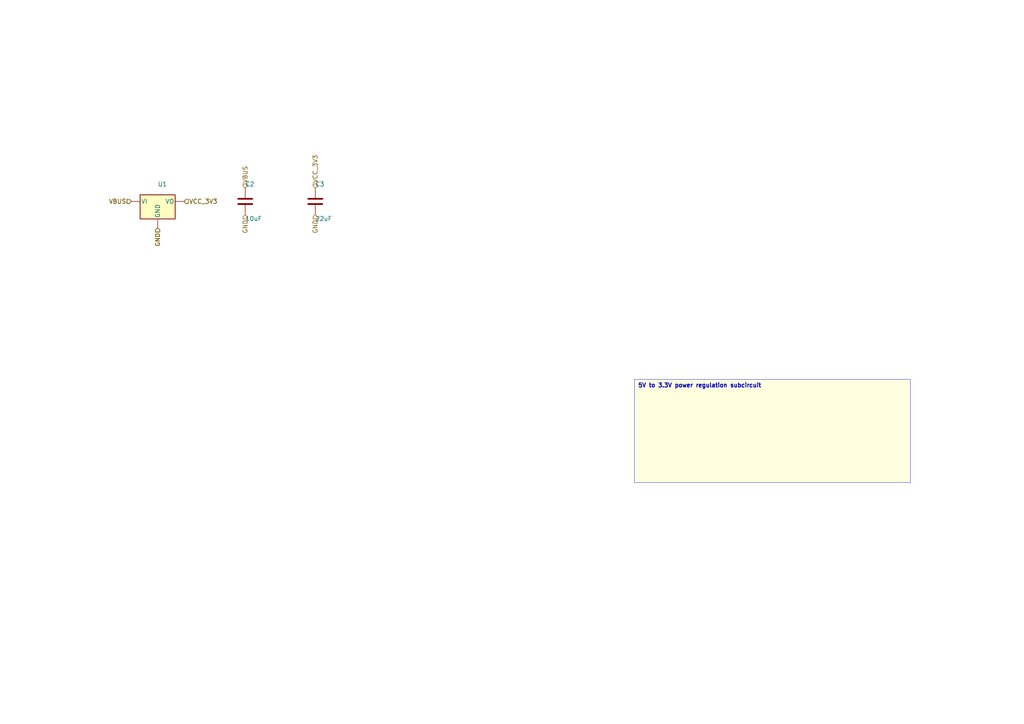
<source format=kicad_sch>
(kicad_sch (version 20250114) (generator "kicad_api") (generator_version "9.0")
  (paper "A4")
  (lib_symbols
    (symbol "Device:C" (pin_numbers hide) (pin_names (offset 0.254))
      (property "Reference" "C" (at 0.0 0.0 0))
      (property "Value" "C" (at 0.0 0.0 0))
      (symbol "C_0_1"
        (polyline (pts (xy -2.032 0.762) (xy 2.032 0.762)) (stroke (width 0.508)))
        (polyline (pts (xy -2.032 -0.762) (xy 2.032 -0.762)) (stroke (width 0.508)))
      )
      (symbol "C_1_1"
        (pin passive line (at 0.0 3.81 270) (length 2.794) (name ~) (number "1"))
        (pin passive line (at 0.0 -3.81 90) (length 2.794) (name ~) (number "2"))
      )
    )
    (symbol "Regulator_Linear:AMS1117-3.3" (pin_numbers hide) (pin_names (offset 0.254))
      (property "Reference" "U" (at 0.0 0.0 0))
      (property "Value" "AMS1117-3.3" (at 0.0 0.0 0))
      (symbol "AMS1117-3.3_0_1"
        (rectangle (start -5.08 -5.08) (end 5.08 1.905) (stroke (width 0.254)) (fill (type background)))
      )
      (symbol "AMS1117-3.3_1_1"
        (pin power_in line (at -7.62 0.0 0) (length 2.54) (name VI) (number "3"))
        (pin power_in line (at 0.0 -7.62 90) (length 2.54) (name GND) (number "1"))
        (pin power_out line (at 7.62 0.0 180) (length 2.54) (name VO) (number "2"))
      )
    )
  )
  (title_block (title Power_Supply) (date 2025-08-05) (company Circuit-Synth))
  (symbol (lib_id "Regulator_Linear:AMS1117-3.3") (at 45.72 58.42 0) (unit 1)
    (property "Reference" "U1" (at 45.72 53.42 0) (effects (justify left)))
    (property "Footprint" "Package_TO_SOT_SMD:SOT-223-3_TabPin2" (effects (hide yes)))
  )
  (symbol (lib_id "Device:C") (at 71.12 58.42 0) (unit 1)
    (property "Reference" "C2" (at 71.12 53.42 0) (effects (justify left)))
    (property "Value" "10uF" (at 71.12 63.42 0) (effects (justify left)))
    (property "Footprint" "Capacitor_SMD:C_0805_2012Metric" (effects (hide yes)))
  )
  (symbol (lib_id "Device:C") (at 91.44 58.42 0) (unit 1)
    (property "Reference" "C3" (at 91.44 53.42 0) (effects (justify left)))
    (property "Value" "22uF" (at 91.44 63.42 0) (effects (justify left)))
    (property "Footprint" "Capacitor_SMD:C_0805_2012Metric" (effects (hide yes)))
  )
  (hierarchical_label VBUS (shape input) (at 38.1 58.42 180))
  (hierarchical_label VBUS (shape input) (at 38.1 58.42 180))
  (hierarchical_label VBUS (shape input) (at 71.12 54.61 90))
  (hierarchical_label GND (shape input) (at 45.72 66.04 270))
  (hierarchical_label GND (shape input) (at 45.72 66.04 270))
  (hierarchical_label GND (shape input) (at 71.12 62.230000000000004 270))
  (hierarchical_label GND (shape input) (at 91.44 62.230000000000004 270))
  (hierarchical_label VCC_3V3 (shape input) (at 53.339999999999996 58.42 0))
  (hierarchical_label VCC_3V3 (shape input) (at 53.339999999999996 58.42 0))
  (hierarchical_label VCC_3V3 (shape input) (at 91.44 54.61 90))
  (text_box "5V to 3.3V power regulation subcircuit" (exclude_from_sim yes) (at 184.0 110.0 0) (size 80.0 30.0) (margins 1.0 1.0 1.0 1.0) (stroke (width 0.1)) (fill (type color) (color 255 255 224 1)) (effects (font (size 1.2 1.2) (thickness 0.254)) (justify left top)))
)
</source>
